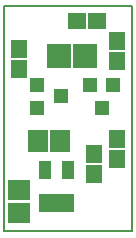
<source format=gts>
G04 #@! TF.FileFunction,Soldermask,Top*
%FSLAX46Y46*%
G04 Gerber Fmt 4.6, Leading zero omitted, Abs format (unit mm)*
G04 Created by KiCad (PCBNEW (2016-05-03 BZR 6266)-product) date Fri Jul 15 05:32:01 2016*
%MOMM*%
%LPD*%
G01*
G04 APERTURE LIST*
%ADD10C,0.350000*%
%ADD11C,0.150000*%
%ADD12R,2.100000X0.750000*%
%ADD13R,1.050000X1.600000*%
%ADD14R,1.900000X1.700000*%
%ADD15R,1.700000X1.900000*%
%ADD16R,1.400000X1.500000*%
%ADD17R,1.300000X1.200000*%
%ADD18R,1.200000X1.300000*%
%ADD19R,1.500000X1.400000*%
G04 APERTURE END LIST*
D10*
D11*
X104140000Y-116205000D02*
X104140000Y-135255000D01*
X114935000Y-116205000D02*
X104140000Y-116205000D01*
X114935000Y-135255000D02*
X114935000Y-116205000D01*
X104140000Y-135255000D02*
X114935000Y-135255000D01*
D12*
X108755000Y-120396000D03*
X110955000Y-120396000D03*
X110955000Y-119746000D03*
X108755000Y-119746000D03*
X108755000Y-121046000D03*
X110955000Y-121046000D03*
D13*
X107635000Y-132845000D03*
X108585000Y-132845000D03*
X109535000Y-132845000D03*
X109535000Y-130045000D03*
X107635000Y-130045000D03*
D14*
X105410000Y-133665000D03*
X105410000Y-131765000D03*
D15*
X108900000Y-127635000D03*
X107000000Y-127635000D03*
D16*
X105410000Y-121500000D03*
X105410000Y-119800000D03*
D17*
X106950000Y-122825000D03*
X106950000Y-124825000D03*
X108950000Y-123825000D03*
D18*
X113395000Y-122825000D03*
X111395000Y-122825000D03*
X112395000Y-124825000D03*
D16*
X111760000Y-130390000D03*
X111760000Y-128690000D03*
X113665000Y-129120000D03*
X113665000Y-127420000D03*
D19*
X111975000Y-117475000D03*
X110275000Y-117475000D03*
D16*
X113665000Y-119165000D03*
X113665000Y-120865000D03*
M02*

</source>
